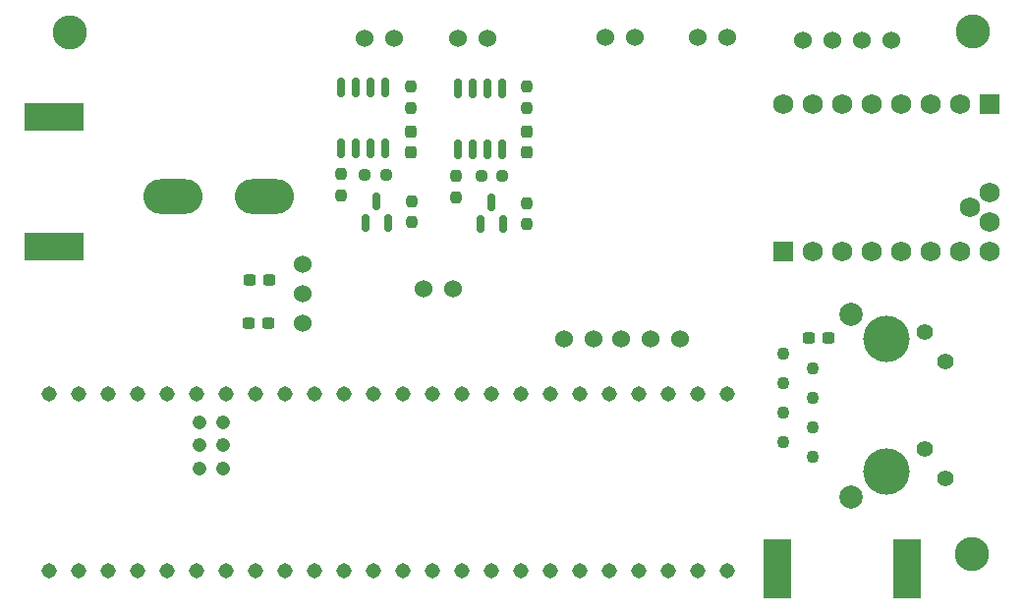
<source format=gbr>
%TF.GenerationSoftware,KiCad,Pcbnew,7.0.7*%
%TF.CreationDate,2023-11-07T19:23:38-06:00*%
%TF.ProjectId,FTIR_Main_Hardware,46544952-5f4d-4616-996e-5f4861726477,rev?*%
%TF.SameCoordinates,Original*%
%TF.FileFunction,Soldermask,Bot*%
%TF.FilePolarity,Negative*%
%FSLAX46Y46*%
G04 Gerber Fmt 4.6, Leading zero omitted, Abs format (unit mm)*
G04 Created by KiCad (PCBNEW 7.0.7) date 2023-11-07 19:23:38*
%MOMM*%
%LPD*%
G01*
G04 APERTURE LIST*
G04 Aperture macros list*
%AMRoundRect*
0 Rectangle with rounded corners*
0 $1 Rounding radius*
0 $2 $3 $4 $5 $6 $7 $8 $9 X,Y pos of 4 corners*
0 Add a 4 corners polygon primitive as box body*
4,1,4,$2,$3,$4,$5,$6,$7,$8,$9,$2,$3,0*
0 Add four circle primitives for the rounded corners*
1,1,$1+$1,$2,$3*
1,1,$1+$1,$4,$5*
1,1,$1+$1,$6,$7*
1,1,$1+$1,$8,$9*
0 Add four rect primitives between the rounded corners*
20,1,$1+$1,$2,$3,$4,$5,0*
20,1,$1+$1,$4,$5,$6,$7,0*
20,1,$1+$1,$6,$7,$8,$9,0*
20,1,$1+$1,$8,$9,$2,$3,0*%
G04 Aperture macros list end*
%ADD10C,1.524000*%
%ADD11C,1.728000*%
%ADD12RoundRect,0.102000X0.762000X-0.762000X0.762000X0.762000X-0.762000X0.762000X-0.762000X-0.762000X0*%
%ADD13C,1.100000*%
%ADD14C,1.400000*%
%ADD15C,4.000000*%
%ADD16C,2.000000*%
%ADD17C,1.308000*%
%ADD18C,1.208000*%
%ADD19O,5.100000X3.000000*%
%ADD20C,2.946400*%
%ADD21R,2.413000X5.080000*%
%ADD22C,1.528000*%
%ADD23R,5.080000X2.413000*%
%ADD24RoundRect,0.150000X0.150000X-0.587500X0.150000X0.587500X-0.150000X0.587500X-0.150000X-0.587500X0*%
%ADD25RoundRect,0.237500X-0.237500X0.250000X-0.237500X-0.250000X0.237500X-0.250000X0.237500X0.250000X0*%
%ADD26RoundRect,0.237500X0.237500X-0.287500X0.237500X0.287500X-0.237500X0.287500X-0.237500X-0.287500X0*%
%ADD27RoundRect,0.237500X0.300000X0.237500X-0.300000X0.237500X-0.300000X-0.237500X0.300000X-0.237500X0*%
%ADD28RoundRect,0.237500X0.250000X0.237500X-0.250000X0.237500X-0.250000X-0.237500X0.250000X-0.237500X0*%
%ADD29RoundRect,0.150000X0.150000X-0.675000X0.150000X0.675000X-0.150000X0.675000X-0.150000X-0.675000X0*%
%ADD30RoundRect,0.237500X0.237500X-0.250000X0.237500X0.250000X-0.237500X0.250000X-0.237500X-0.250000X0*%
G04 APERTURE END LIST*
D10*
%TO.C,Conn6*%
X130238500Y-63373000D03*
X132778500Y-63373000D03*
%TD*%
D11*
%TO.C,U4*%
X171399200Y-81694400D03*
X182448200Y-77884400D03*
D12*
X166319200Y-81694400D03*
D11*
X184099200Y-81694400D03*
X166319200Y-68994400D03*
X181559200Y-68994400D03*
X184099200Y-76614400D03*
X173939200Y-68994400D03*
X171399200Y-68994400D03*
X176479200Y-68994400D03*
X179019200Y-68994400D03*
X181559200Y-81694400D03*
X179019200Y-81694400D03*
X176479200Y-81694400D03*
X173939200Y-81694400D03*
X168859200Y-81694400D03*
X168859200Y-68994400D03*
D12*
X184099200Y-68994400D03*
D11*
X184099200Y-79154400D03*
%TD*%
D13*
%TO.C,J1*%
X168910000Y-99435713D03*
X166370000Y-98165713D03*
X168910000Y-96895713D03*
X166370000Y-95625713D03*
X168910000Y-94355713D03*
X166370000Y-93085713D03*
X168910000Y-91815713D03*
X166370000Y-90545713D03*
D14*
X180340000Y-101315713D03*
X178550000Y-98775713D03*
X180340000Y-91205713D03*
X178550000Y-88665713D03*
D15*
X175260000Y-100705713D03*
X175260000Y-89275713D03*
D16*
X172210000Y-102865713D03*
X172210000Y-87115713D03*
%TD*%
D17*
%TO.C,U6*%
X105664000Y-109220000D03*
X108204000Y-109220000D03*
X110744000Y-109220000D03*
X113284000Y-109220000D03*
X138684000Y-109220000D03*
X108204000Y-93980000D03*
X115824000Y-109220000D03*
X118364000Y-109220000D03*
X120904000Y-109220000D03*
X123444000Y-109220000D03*
X125984000Y-109220000D03*
X128524000Y-109220000D03*
X131064000Y-109220000D03*
X133604000Y-109220000D03*
X136144000Y-109220000D03*
X136144000Y-93980000D03*
X133604000Y-93980000D03*
X131064000Y-93980000D03*
X128524000Y-93980000D03*
X125984000Y-93980000D03*
X123444000Y-93980000D03*
X120904000Y-93980000D03*
X118364000Y-93980000D03*
X115824000Y-93980000D03*
X113284000Y-93980000D03*
X110744000Y-93980000D03*
X141224000Y-109220000D03*
X143764000Y-109220000D03*
X146304000Y-109220000D03*
X148844000Y-109220000D03*
X151384000Y-109220000D03*
X153924000Y-109220000D03*
X156464000Y-109220000D03*
X159004000Y-109220000D03*
X161544000Y-109220000D03*
X161544000Y-93980000D03*
X159004000Y-93980000D03*
X156464000Y-93980000D03*
X153924000Y-93980000D03*
X151384000Y-93980000D03*
X148844000Y-93980000D03*
X146304000Y-93980000D03*
X143764000Y-93980000D03*
X141224000Y-93980000D03*
X103124000Y-109220000D03*
X138684000Y-93980000D03*
X105664000Y-93980000D03*
D18*
X118094000Y-98430000D03*
X116094000Y-98430000D03*
X116094000Y-96430000D03*
X118094000Y-96430000D03*
X118094000Y-100430000D03*
X116094000Y-100430000D03*
D17*
X103124000Y-93980000D03*
%TD*%
D10*
%TO.C,U3*%
X124968000Y-82804000D03*
X124968000Y-85344000D03*
X124968000Y-87884000D03*
%TD*%
D19*
%TO.C,Conn1*%
X121666000Y-77024200D03*
X113792000Y-77024200D03*
%TD*%
D20*
%TO.C,H4*%
X182708420Y-62782580D03*
%TD*%
D21*
%TO.C,Conn10*%
X165862000Y-109093000D03*
X177038000Y-109093000D03*
%TD*%
D10*
%TO.C,Conn8*%
X158953200Y-63296800D03*
X161493200Y-63296800D03*
%TD*%
%TO.C,Conn4*%
X167995600Y-63550800D03*
X170535600Y-63550800D03*
X173075600Y-63550800D03*
X175615600Y-63550800D03*
X175615600Y-63550800D03*
%TD*%
%TO.C,Conn12*%
X138277600Y-63398400D03*
X140817600Y-63398400D03*
%TD*%
D20*
%TO.C,H3*%
X104902000Y-62865000D03*
%TD*%
D10*
%TO.C,Conn3*%
X135382000Y-84937600D03*
X137922000Y-84937600D03*
%TD*%
D22*
%TO.C,U2*%
X157474713Y-89275713D03*
X149994713Y-89255713D03*
X152394713Y-89275713D03*
X154934713Y-89275713D03*
X147454713Y-89255713D03*
%TD*%
D20*
%TO.C,H2*%
X182626000Y-107823000D03*
%TD*%
D10*
%TO.C,Conn2*%
X150977600Y-63296800D03*
X153517600Y-63296800D03*
%TD*%
D23*
%TO.C,Conn9*%
X103505000Y-70104000D03*
X103505000Y-81280000D03*
%TD*%
D24*
%TO.C,Q6*%
X142174000Y-79372700D03*
X140274000Y-79372700D03*
X141224000Y-77497700D03*
%TD*%
D25*
%TO.C,R9*%
X134250000Y-67549250D03*
X134250000Y-69374250D03*
%TD*%
D26*
%TO.C,D10*%
X144272000Y-73151700D03*
X144272000Y-71401700D03*
%TD*%
D27*
%TO.C,C3*%
X170280500Y-89154000D03*
X168555500Y-89154000D03*
%TD*%
D26*
%TO.C,D7*%
X134250000Y-73184250D03*
X134250000Y-71434250D03*
%TD*%
D28*
%TO.C,R16*%
X142138400Y-75211700D03*
X140313400Y-75211700D03*
%TD*%
%TO.C,R10*%
X132127000Y-75106750D03*
X130302000Y-75106750D03*
%TD*%
D25*
%TO.C,R11*%
X128270000Y-75059750D03*
X128270000Y-76884750D03*
%TD*%
D24*
%TO.C,Q2*%
X132268000Y-79267750D03*
X130368000Y-79267750D03*
X131318000Y-77392750D03*
%TD*%
D29*
%TO.C,Q1*%
X132019000Y-72829250D03*
X130749000Y-72829250D03*
X129479000Y-72829250D03*
X128209000Y-72829250D03*
X128209000Y-67579250D03*
X129479000Y-67579250D03*
X130749000Y-67579250D03*
X132019000Y-67579250D03*
%TD*%
D25*
%TO.C,R18*%
X138176000Y-75211700D03*
X138176000Y-77036700D03*
%TD*%
D29*
%TO.C,Q4*%
X142102800Y-72895700D03*
X140832800Y-72895700D03*
X139562800Y-72895700D03*
X138292800Y-72895700D03*
X138292800Y-67645700D03*
X139562800Y-67645700D03*
X140832800Y-67645700D03*
X142102800Y-67645700D03*
%TD*%
D27*
%TO.C,C2*%
X122020500Y-87884000D03*
X120295500Y-87884000D03*
%TD*%
%TO.C,C1*%
X122071300Y-84226400D03*
X120346300Y-84226400D03*
%TD*%
D30*
%TO.C,R22*%
X144272000Y-79400400D03*
X144272000Y-77575400D03*
%TD*%
D25*
%TO.C,R20*%
X144272000Y-67516700D03*
X144272000Y-69341700D03*
%TD*%
D30*
%TO.C,R12*%
X134366000Y-79217750D03*
X134366000Y-77392750D03*
%TD*%
M02*

</source>
